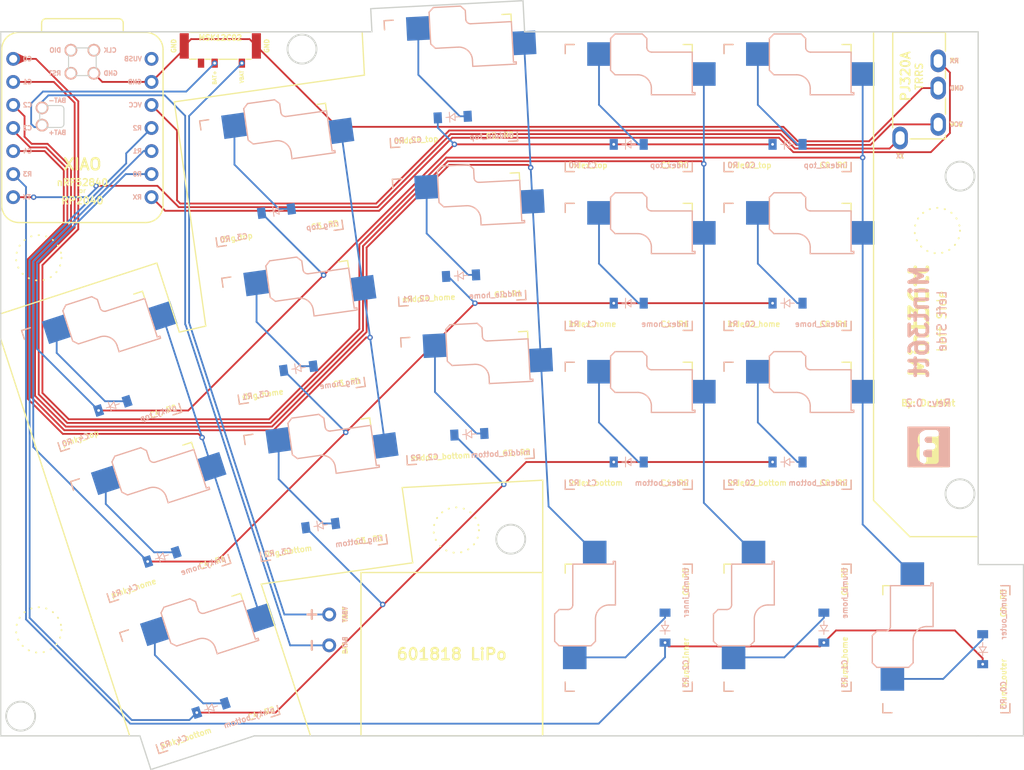
<source format=kicad_pcb>
(kicad_pcb (version 20240108) (generator "pcbnew") (generator_version "8.0")
  (title_block (title "Mint36tt") (date "2024-12-21") (rev "0.2") (company "Dr_Mint"))
  (layers (0 "F.Cu" signal) (31 "B.Cu" signal) (34 "B.Paste" user) (35 "F.Paste" user) (36 "B.SilkS" user "B.Silkscreen") (37 "F.SilkS" user "F.Silkscreen") (38 "B.Mask" user) (39 "F.Mask" user) (44 "Edge.Cuts" user))
  (net 0 "")
  (net 1 "C0_L")
  (net 2 "C1_L")
  (net 3 "C2_L")
  (net 4 "C3_L")
  (net 5 "C4_L")
  (net 6 "R0_L")
  (net 7 "R1_L")
  (net 8 "R2_L")
  (net 9 "R3_L")
  (net 10 "index2_top_L")
  (net 11 "index2_home_L")
  (net 12 "index2_bottom_L")
  (net 13 "index_top_L")
  (net 14 "index_home_L")
  (net 15 "index_bottom_L")
  (net 16 "middle_top_L")
  (net 17 "middle_home_L")
  (net 18 "middle_bottom_L")
  (net 19 "ring_top_L")
  (net 20 "ring_home_L")
  (net 21 "ring_bottom_L")
  (net 22 "pinky_top_L")
  (net 23 "pinky_home_L")
  (net 24 "pinky_bottom_L")
  (net 25 "thumb_inner_L")
  (net 26 "thumb_home_L")
  (net 27 "thumb_outer_L")
  (net 28 "TX_L")
  (net 29 "RX_L")
  (net 30 "VCC_L")
  (net 31 "RST_L")
  (net 32 "BATM_L")
  (net 33 "BATP_L")
  (net 34 "CLK_L")
  (net 35 "DIO_L")
  (net 36 "GND_L")
  (net 37 "VUSB_L")
  (net 38 "VBAT_L")
  (footprint "JSP-2pin" (layer "F.Cu") (at 128.99 120.015 90)
    (property "Reference" "")
    (property "Value" "")
  )
  (footprint "PG1350" (layer "F.Cu") (at 114.729863 124.811692 18)
    (property "Reference" "")
    (property "Value" "")
  )
  (footprint "SOD-123" (layer "F.Cu") (at 179.49 84.015)
    (property "Reference" "")
    (property "Value" "")
  )
  (footprint "PG1350" (layer "F.Cu") (at 125.054072 87.225661 8)
    (property "Reference" "")
    (property "Value" "")
  )
  (footprint "SOD-123" (layer "F.Cu") (at 200.99 122.14 89.999999)
    (property "Reference" "")
    (property "Value" "")
  )
  (footprint "PG1350" (layer "F.Cu") (at 161.99 97.515)
    (property "Reference" "")
    (property "Value" "")
  )
  (footprint "PG1350" (layer "F.Cu") (at 127.489601 104.555352 8)
    (property "Reference" "")
    (property "Value" "")
  )
  (footprint "SOD-123" (layer "F.Cu") (at 161.99 101.515)
    (property "Reference" "")
    (property "Value" "")
  )
  (footprint "SOD-123" (layer "F.Cu") (at 115.965931 128.615918 18)
    (property "Reference" "")
    (property "Value" "")
  )
  (footprint "PG1350" (layer "F.Cu") (at 109.322066 108.168203 18)
    (property "Reference" "")
    (property "Value" "")
  )
  (footprint "PG1350" (layer "F.Cu") (at 179.49 62.515)
    (property "Reference" "")
    (property "Value" "")
  )
  (footprint "SOD-123" (layer "F.Cu") (at 183.49 119.765 89.999999)
    (property "Reference" "")
    (property "Value" "")
  )
  (footprint "SOD-123" (layer "F.Cu") (at 179.49 66.515)
    (property "Reference" "")
    (property "Value" "")
  )
  (footprint "SOD-123" (layer "F.Cu") (at 142.599474 63.507198 3)
    (property "Reference" "")
    (property "Value" "")
  )
  (footprint "XIAO-nRF52840" (layer "F.Cu") (at 101.79 64.715)
    (property "Reference" "")
    (property "Value" "")
    (fp_line (start -4.699 -0.7488) (end -4.699 -1.7902) (stroke (width 0.12)) (layer "Edge.Cuts"))
    (fp_line (start -4.0132 -2.476) (end -2.413 -2.476) (stroke (width 0.12)) (layer "Edge.Cuts"))
    (fp_line (start -2.413 -0.063) (end -4.0132 -0.063) (stroke (width 0.12)) (layer "Edge.Cuts"))
    (fp_line (start -2.032 -2.095) (end -2.032 -0.444) (stroke (width 0.12)) (layer "Edge.Cuts"))
    (fp_line (start -1.524 -6.4638) (end -1.524 -8.1402) (stroke (width 0.12)) (layer "Edge.Cuts"))
    (fp_line (start -0.8382 -8.826) (end 0.8382 -8.826) (stroke (width 0.12)) (layer "Edge.Cuts"))
    (fp_line (start -0.8382 -5.778) (end 0.8382 -5.778) (stroke (width 0.12)) (layer "Edge.Cuts"))
    (fp_line (start 1.524 -6.4638) (end 1.524 -8.1402) (stroke (width 0.12)) (layer "Edge.Cuts"))
    (fp_arc (start -4.699 -0.7488) (mid -4.095391 -0.666609) (end -4.0132 -0.063) (stroke (width 0.12)) (layer "Edge.Cuts"))
    (fp_arc (start -4.0132 -2.476) (mid -4.095391 -1.872391) (end -4.699 -1.7902) (stroke (width 0.12)) (layer "Edge.Cuts"))
    (fp_arc (start -2.413 -2.476) (mid -2.143592 -2.364408) (end -2.032 -2.095) (stroke (width 0.12)) (layer "Edge.Cuts"))
    (fp_arc (start -2.032 -0.444) (mid -2.143592 -0.174592) (end -2.413 -0.063) (stroke (width 0.12)) (layer "Edge.Cuts"))
    (fp_arc (start -1.524 -6.4638) (mid -0.920391 -6.381609) (end -0.8382 -5.778) (stroke (width 0.12)) (layer "Edge.Cuts"))
    (fp_arc (start -0.8382 -8.826) (mid -0.920391 -8.222391) (end -1.524 -8.1402) (stroke (width 0.12)) (layer "Edge.Cuts"))
    (fp_arc (start 0.8382 -5.778) (mid 0.920391 -6.381609) (end 1.524 -6.4638) (stroke (width 0.12)) (layer "Edge.Cuts"))
    (fp_arc (start 1.524 -8.1402) (mid 0.920393 -8.222393) (end 0.8382 -8.826) (stroke (width 0.12)) (layer "Edge.Cuts"))
  )
  (footprint "SOD-123" (layer "F.Cu") (at 143.515354 80.983215 3)
    (property "Reference" "")
    (property "Value" "")
  )
  (footprint "PG1350" (layer "F.Cu") (at 161.99 119.765 89.999999)
    (property "Reference" "")
    (property "Value" "")
  )
  (footprint "SOD-123" (layer "F.Cu") (at 105.150336 95.32894 18)
    (property "Reference" "")
    (property "Value" "")
  )
  (footprint "PG1350" (layer "F.Cu") (at 161.99 80.015)
    (property "Reference" "")
    (property "Value" "")
  )
  (footprint "PG1350" (layer "F.Cu") (at 122.618543 69.89597 8)
    (property "Reference" "")
    (property "Value" "")
  )
  (footprint "MSK12C02" (layer "F.Cu") (at 116.99 54.37 -90)
    (property "Reference" "")
    (property "Value" "")
  )
  (footprint "SOD-123" (layer "F.Cu") (at 161.99 66.515)
    (property "Reference" "")
    (property "Value" "")
  )
  (footprint "MJ-4PP-9_1side" (layer "F.Cu") (at 193.99 54.015)
    (property "Reference" "")
    (property "Value" "")
  )
  (footprint "SOD-123" (layer "F.Cu") (at 110.558134 111.972429 18)
    (property "Reference" "")
    (property "Value" "")
  )
  (footprint "SOD-123" (layer "F.Cu") (at 179.49 101.515)
    (property "Reference" "")
    (property "Value" "")
  )
  (footprint "PG1350" (layer "F.Cu") (at 103.914268 91.524713 18)
    (property "Reference" "")
    (property "Value" "")
  )
  (footprint "PG1350" (layer "F.Cu") (at 179.49 80.015)
    (property "Reference" "")
    (property "Value" "")
  )
  (footprint "SOD-123" (layer "F.Cu") (at 161.99 84.015)
    (property "Reference" "")
    (property "Value" "")
  )
  (footprint "SOD-123" (layer "F.Cu") (at 128.046294 108.516425 8)
    (property "Reference" "")
    (property "Value" "")
  )
  (footprint "PG1350" (layer "F.Cu") (at 142.390131 59.51268 3)
    (property "Reference" "")
    (property "Value" "")
  )
  (footprint "601818" (layer "F.Cu") (at 142.49 122.69)
    (property "Reference" "")
    (property "Value" "")
  )
  (footprint "SOD-123" (layer "F.Cu") (at 123.175235 73.857042 8)
    (property "Reference" "")
    (property "Value" "")
  )
  (footprint "SOD-123" (layer "F.Cu") (at 125.610765 91.186734 8)
    (property "Reference" "")
    (property "Value" "")
  )
  (footprint "PG1350" (layer "F.Cu") (at 179.49 119.765 89.999999)
    (property "Reference" "")
    (property "Value" "")
  )
  (footprint "PG1350" (layer "F.Cu") (at 144.221889 94.464714 3)
    (property "Reference" "")
    (property "Value" "")
  )
  (footprint "SOD-123" (layer "F.Cu") (at 165.99 119.765 89.999999)
    (property "Reference" "")
    (property "Value" "")
  )
  (footprint "SOD-123" (layer "F.Cu") (at 144.431233 98.459232 3)
    (property "Reference" "")
    (property "Value" "")
  )
  (footprint "PG1350" (layer "F.Cu") (at 196.99 122.14 89.999999)
    (property "Reference" "")
    (property "Value" "")
  )
  (footprint "PG1350" (layer "F.Cu") (at 161.99 62.515)
    (property "Reference" "")
    (property "Value" "")
  )
  (footprint "PG1350" (layer "F.Cu") (at 143.30601 76.988697 3)
    (property "Reference" "")
    (property "Value" "")
  )
  (footprint "PG1350" (layer "F.Cu") (at 179.49 97.515)
    (property "Reference" "")
    (property "Value" "")
  )
  (gr_rect (start 192.79 97.705) (end 193.59 101.995) (stroke (width 0.2)) (fill solid) (layer "B.SilkS"))
  (gr_rect (start 196.49 97.705) (end 197.29 101.995) (stroke (width 0.2)) (fill solid) (layer "B.SilkS"))
  (gr_line (start 107.002157 131.69) (end 103.238741 120.107399) (stroke (width 0.15)) (layer "F.SilkS"))
  (gr_line (start 114.352617 79.161536) (end 111.917088 61.831845) (stroke (width 0.15)) (layer "F.SilkS"))
  (gr_line (start 97.830944 103.46391) (end 97.382869 102.084878) (stroke (width 0.15)) (layer "F.SilkS"))
  (gr_circle (center 96.99 79.015) (end 99.49 79.015) (stroke (width 0.2) (type dot)) (fill none) (layer "F.SilkS"))
  (gr_line (start 152.515 124.49) (end 152.515 110.29) (stroke (width 0.15)) (layer "F.SilkS"))
  (gr_line (start 152.515 131.69) (end 152.515 129.24) (stroke (width 0.15)) (layer "F.SilkS"))
  (gr_line (start 138.191057 112.619477) (end 121.493464 114.966171) (stroke (width 0.15)) (layer "F.SilkS"))
  (gr_line (start 102.790667 118.728367) (end 97.830944 103.46391) (stroke (width 0.15)) (layer "F.SilkS"))
  (gr_line (start 109.997593 79.585517) (end 112.473348 87.205106) (stroke (width 0.15)) (layer "F.SilkS"))
  (gr_line (start 129.246779 59.396316) (end 130.682668 59.194515) (stroke (width 0.15)) (layer "F.SilkS"))
  (gr_line (start 152.515 106.99) (end 152.515 105.54) (stroke (width 0.15)) (layer "F.SilkS"))
  (gr_line (start 188.965 105.54) (end 188.965 105.740326) (stroke (width 0.15)) (layer "F.SilkS"))
  (gr_line (start 188.965 105.740326) (end 192.964674 109.74) (stroke (width 0.15)) (layer "F.SilkS"))
  (gr_line (start 114.554418 80.597425) (end 114.352617 79.161536) (stroke (width 0.15)) (layer "F.SilkS"))
  (gr_rect (start 196.34 97.705) (end 197.19 101.995) (stroke (width 0.2)) (fill solid) (layer "F.SilkS"))
  (gr_line (start 188.965 88.04) (end 188.965 89.49) (stroke (width 0.15)) (layer "F.SilkS"))
  (gr_line (start 103.238741 120.107399) (end 102.790667 118.728367) (stroke (width 0.15)) (layer "F.SilkS"))
  (gr_line (start 121.493464 114.966171) (end 126.220985 129.515984) (stroke (width 0.15)) (layer "F.SilkS"))
  (gr_circle (center 142.99 109.015) (end 145.49 109.015) (stroke (width 0.2) (type dot)) (fill none) (layer "F.SilkS"))
  (gr_line (start 152.515 103.518093) (end 137.026023 104.329836) (stroke (width 0.15)) (layer "F.SilkS"))
  (gr_line (start 132.869347 58.887197) (end 132.619247 54.115) (stroke (width 0.15)) (layer "F.SilkS"))
  (gr_line (start 188.965 54.115) (end 188.965 70.54) (stroke (width 0.15)) (layer "F.SilkS"))
  (gr_line (start 152.515 110.29) (end 152.515 109.74) (stroke (width 0.15)) (layer "F.SilkS"))
  (gr_circle (center 96.99 120.015) (end 99.49 120.015) (stroke (width 0.2) (type dot)) (fill none) (layer "F.SilkS"))
  (gr_line (start 188.965 89.49) (end 188.965 105.54) (stroke (width 0.15)) (layer "F.SilkS"))
  (gr_line (start 111.917088 61.831845) (end 129.246779 59.396316) (stroke (width 0.15)) (layer "F.SilkS"))
  (gr_line (start 130.682668 59.194515) (end 132.869347 58.887197) (stroke (width 0.15)) (layer "F.SilkS"))
  (gr_line (start 188.965 70.54) (end 188.965 71.99) (stroke (width 0.15)) (layer "F.SilkS"))
  (gr_line (start 97.382869 102.084878) (end 92.79 87.94948) (stroke (width 0.15)) (layer "F.SilkS"))
  (gr_line (start 112.473348 87.205106) (end 115.388482 86.532095) (stroke (width 0.15)) (layer "F.SilkS"))
  (gr_line (start 137.026023 104.329836) (end 138.191057 112.619477) (stroke (width 0.15)) (layer "F.SilkS"))
  (gr_line (start 152.515 105.54) (end 152.515 103.518093) (stroke (width 0.15)) (layer "F.SilkS"))
  (gr_line (start 192.964674 109.74) (end 200.49 109.74) (stroke (width 0.15)) (layer "F.SilkS"))
  (gr_line (start 126.220985 129.515984) (end 126.66906 130.895016) (stroke (width 0.15)) (layer "F.SilkS"))
  (gr_line (start 115.388482 86.532095) (end 114.554418 80.597425) (stroke (width 0.15)) (layer "F.SilkS"))
  (gr_rect (start 192.89 97.705) (end 193.69 101.995) (stroke (width 0.2)) (fill solid) (layer "F.SilkS"))
  (gr_line (start 188.965 71.99) (end 188.965 88.04) (stroke (width 0.15)) (layer "F.SilkS"))
  (gr_line (start 126.66906 130.895016) (end 126.927366 131.69) (stroke (width 0.15)) (layer "F.SilkS"))
  (gr_circle (center 195.99 76.015) (end 198.49 76.015) (stroke (width 0.2) (type dot)) (fill none) (layer "F.SilkS"))
  (gr_line (start 152.515 129.24) (end 152.515 124.49) (stroke (width 0.15)) (layer "F.SilkS"))
  (gr_line (start 92.79 85.176603) (end 109.997593 79.585517) (stroke (width 0.15)) (layer "F.SilkS"))
  (gr_line (start 152.515 109.74) (end 152.515 106.99) (stroke (width 0.15)) (layer "F.SilkS"))
  (gr_line (start 108.132478 131.69) (end 109.336731 135.396309) (stroke (width 0.15)) (layer "Edge.Cuts"))
  (gr_line (start 133.56202 51.563814) (end 133.695722 54.115) (stroke (width 0.15)) (layer "Edge.Cuts"))
  (gr_line (start 92.79 131.69) (end 108.132478 131.69) (stroke (width 0.15)) (layer "Edge.Cuts"))
  (gr_circle (center 198.49 105.015) (end 200.09 105.015) (stroke (width 0.2)) (fill none) (layer "Edge.Cuts"))
  (gr_circle (center 148.99 110.015) (end 150.59 110.015) (stroke (width 0.2)) (fill none) (layer "Edge.Cuts"))
  (gr_line (start 150.518778 54.115) (end 150.338997 50.68457) (stroke (width 0.15)) (layer "Edge.Cuts"))
  (gr_line (start 200.49 131.69) (end 205.49 131.69) (stroke (width 0.15)) (layer "Edge.Cuts"))
  (gr_circle (center 198.49 70.015) (end 200.09 70.015) (stroke (width 0.2)) (fill none) (layer "Edge.Cuts"))
  (gr_line (start 120.743578 131.69) (end 200.49 131.69) (stroke (width 0.15)) (layer "Edge.Cuts"))
  (gr_circle (center 125.99 56.015) (end 127.59 56.015) (stroke (width 0.2)) (fill none) (layer "Edge.Cuts"))
  (gr_line (start 205.49 112.815) (end 200.49 112.815) (stroke (width 0.15)) (layer "Edge.Cuts"))
  (gr_line (start 92.79 54.115) (end 92.79 112.815) (stroke (width 0.15)) (layer "Edge.Cuts"))
  (gr_line (start 133.695722 54.115) (end 92.79 54.115) (stroke (width 0.15)) (layer "Edge.Cuts"))
  (gr_line (start 109.336731 135.396309) (end 120.743578 131.69) (stroke (width 0.15)) (layer "Edge.Cuts"))
  (gr_line (start 92.79 112.815) (end 92.79 131.69) (stroke (width 0.15)) (layer "Edge.Cuts"))
  (gr_line (start 200.49 54.115) (end 150.518778 54.115) (stroke (width 0.15)) (layer "Edge.Cuts"))
  (gr_line (start 200.49 112.815) (end 200.49 54.115) (stroke (width 0.15)) (layer "Edge.Cuts"))
  (gr_line (start 205.49 131.69) (end 205.49 112.815) (stroke (width 0.15)) (layer "Edge.Cuts"))
  (gr_line (start 150.338997 50.68457) (end 133.56202 51.563814) (stroke (width 0.15)) (layer "Edge.Cuts"))
  (gr_circle (center 94.99 129.515) (end 96.59 129.515) (stroke (width 0.2)) (fill none) (layer "Edge.Cuts"))
  (gr_text "Rev: 0.2" (at 194.99 95.015 0) (layer "B.SilkS") (effects (font (size 0.8 0.8)) (justify mirror)))
  (gr_text "Mint36tt" (at 193.99 86.015 90) (layer "B.SilkS") (effects (font (size 2 2) (thickness 0.4)) (justify mirror)))
  (gr_text "B" (at 194.99 100.015 0) (layer "B.SilkS" knockout) (effects (font (size 3 3) (thickness 1)) (justify mirror)))
  (gr_text "Left Side" (at 196.49 86.015 90) (layer "B.SilkS") (effects (font (size 1 1)) (justify mirror)))
  (gr_text "Mint36tt" (at 193.99 86.015 90) (layer "F.SilkS") (effects (font (size 2 2) (thickness 0.4))))
  (gr_text "Left Side" (at 196.49 86.015 90) (layer "F.SilkS") (effects (font (size 1 1))))
  (gr_text "F" (at 194.99 100.015 0) (layer "F.SilkS" knockout) (effects (font (size 3 3) (thickness 1))))
  (gr_text "By: Dr_Mint" (at 194.99 95.015 0) (layer "F.SilkS") (effects (font (size 0.7 0.7))))
  (segment (start 97.39 79.817744) (end 101.34 75.867744) (width 0.2) (layer "F.Cu") (net 1))
  (segment (start 141.887726 67.975) (end 132.31 77.552726) (width 0.2) (layer "F.Cu") (net 1))
  (segment (start 132.31 77.552726) (end 132.31 86.855) (width 0.2) (layer "F.Cu") (net 1))
  (segment (start 101.34 61.765) (end 96.67 57.095) (width 0.2) (layer "F.Cu") (net 1))
  (segment (start 97.39 93.905) (end 97.39 79.817744) (width 0.2) (layer "F.Cu") (net 1))
  (segment (start 101.34 75.867744) (end 101.34 61.765) (width 0.2) (layer "F.Cu") (net 1))
  (segment (start 187.765 67.975) (end 141.887726 67.975) (width 0.2) (layer "F.Cu") (net 1))
  (segment (start 122.36 96.805) (end 100.29 96.805) (width 0.2) (layer "F.Cu") (net 1))
  (segment (start 100.29 96.805) (end 97.39 93.905) (width 0.2) (layer "F.Cu") (net 1))
  (segment (start 96.67 57.095) (end 94.17 57.095) (width 0.2) (layer "F.Cu") (net 1))
  (segment (start 132.31 86.855) (end 122.36 96.805) (width 0.2) (layer "F.Cu") (net 1))
  (via (at 187.765 67.975) (size 0.6) (drill 0.3) (layers "F.Cu" "B.Cu") (net 1))
  (segment (start 187.765 67.975) (end 187.765 93.765) (width 0.2) (layer "B.Cu") (net 1))
  (segment (start 187.765 58.765) (end 187.765 67.975) (width 0.2) (layer "B.Cu") (net 1))
  (segment (start 187.765 93.765) (end 187.765 108.39) (width 0.2) (layer "B.Cu") (net 1))
  (segment (start 187.765 108.39) (end 193.24 113.865) (width 0.2) (layer "B.Cu") (net 1))
  (segment (start 100.94 61.930686) (end 98.644314 59.635) (width 0.2) (layer "F.Cu") (net 2))
  (segment (start 98.644314 59.635) (end 94.17 59.635) (width 0.2) (layer "F.Cu") (net 2))
  (segment (start 132.71 77.718412) (end 132.71 87.020686) (width 0.2) (layer "F.Cu") (net 2))
  (segment (start 169.975 68.375) (end 142.053412 68.375) (width 0.2) (layer "F.Cu") (net 2))
  (segment (start 96.98 94.060686) (end 96.98 79.662058) (width 0.2) (layer "F.Cu") (net 2))
  (segment (start 100.94 75.702058) (end 100.94 61.930686) (width 0.2) (layer "F.Cu") (net 2))
  (segment (start 100.124314 97.205) (end 96.98 94.060686) (width 0.2) (layer "F.Cu") (net 2))
  (segment (start 142.053412 68.375) (end 132.71 77.718412) (width 0.2) (layer "F.Cu") (net 2))
  (segment (start 170.265 68.665) (end 169.975 68.375) (width 0.2) (layer "F.Cu") (net 2))
  (segment (start 122.525686 97.205) (end 100.124314 97.205) (width 0.2) (layer "F.Cu") (net 2))
  (segment (start 96.98 79.662058) (end 100.94 75.702058) (width 0.2) (layer "F.Cu") (net 2))
  (segment (start 132.71 87.020686) (end 122.525686 97.205) (width 0.2) (layer "F.Cu") (net 2))
  (via (at 170.265 68.665) (size 0.6) (drill 0.3) (layers "F.Cu" "B.Cu") (net 2))
  (segment (start 170.265 68.665) (end 170.265 106.015) (width 0.2) (layer "B.Cu") (net 2))
  (segment (start 170.265 106.015) (end 175.74 111.49) (width 0.2) (layer "B.Cu") (net 2))
  (segment (start 170.265 58.765) (end 170.265 68.665) (width 0.2) (layer "B.Cu") (net 2))
  (segment (start 100.54 75.536372) (end 100.54 69.035001) (width 0.2) (layer "F.Cu") (net 3))
  (segment (start 142.219098 68.775) (end 133.11 77.884098) (width 0.2) (layer "F.Cu") (net 3))
  (segment (start 96.205686 66.455) (end 95.42 65.669314) (width 0.2) (layer "F.Cu") (net 3))
  (segment (start 97.959999 66.455) (end 96.205686 66.455) (width 0.2) (layer "F.Cu") (net 3))
  (segment (start 133.11 87.186372) (end 132.875685 87.420686) (width 0.2) (layer "F.Cu") (net 3))
  (segment (start 122.681372 97.615) (end 99.968628 97.615) (width 0.2) (layer "F.Cu") (net 3))
  (segment (start 95.42 65.669314) (end 95.42 63.425) (width 0.2) (layer "F.Cu") (net 3))
  (segment (start 133.11 77.884098) (end 133.11 87.186372) (width 0.2) (layer "F.Cu") (net 3))
  (segment (start 99.968628 97.615) (end 96.58 94.226372) (width 0.2) (layer "F.Cu") (net 3))
  (segment (start 132.75 87.546372) (end 122.681372 97.615) (width 0.2) (layer "F.Cu") (net 3))
  (segment (start 96.58 79.496372) (end 100.54 75.536372) (width 0.2) (layer "F.Cu") (net 3))
  (segment (start 96.58 94.226372) (end 96.58 79.496372) (width 0.2) (layer "F.Cu") (net 3))
  (segment (start 132.875685 87.420686) (end 132.75 87.546372) (width 0.2) (layer "F.Cu") (net 3))
  (segment (start 100.54 69.035001) (end 97.959999 66.455) (width 0.2) (layer "F.Cu") (net 3))
  (segment (start 150.885186 68.775) (end 142.219098 68.775) (width 0.2) (layer "F.Cu") (net 3))
  (segment (start 95.42 63.425) (end 94.17 62.175) (width 0.2) (layer "F.Cu") (net 3))
  (segment (start 151.185186 69.075) (end 150.885186 68.775) (width 0.2) (layer "F.Cu") (net 3))
  (via (at 151.185186 69.075) (size 0.6) (drill 0.3) (layers "F.Cu" "B.Cu") (net 3))
  (segment (start 150.457531 55.334739) (end 151.185186 69.075) (width 0.2) (layer "B.Cu") (net 3))
  (segment (start 151.185186 69.075) (end 153.1625 106.4125) (width 0.2) (layer "B.Cu") (net 3))
  (segment (start 158.24 111.49) (end 153.1625 106.4125) (width 0.2) (layer "B.Cu") (net 3))
  (segment (start 99.802942 98.015) (end 96.18 94.392058) (width 0.2) (layer "F.Cu") (net 4))
  (segment (start 94.17 64.985) (end 94.17 64.715) (width 0.2) (layer "F.Cu") (net 4))
  (segment (start 133.49041 87.795) (end 133.067058 87.795) (width 0.2) (layer "F.Cu") (net 4))
  (segment (start 96.18 94.392058) (end 96.18 79.330686) (width 0.2) (layer "F.Cu") (net 4))
  (segment (start 97.794314 66.855) (end 96.04 66.855) (width 0.2) (layer "F.Cu") (net 4))
  (segment (start 96.18 79.330686) (end 100.14 75.370686) (width 0.2) (layer "F.Cu") (net 4))
  (segment (start 133.067058 87.795) (end 122.847058 98.015) (width 0.2) (layer "F.Cu") (net 4))
  (segment (start 100.14 75.370686) (end 100.14 69.200687) (width 0.2) (layer "F.Cu") (net 4))
  (segment (start 96.04 66.855) (end 94.17 64.985) (width 0.2) (layer "F.Cu") (net 4))
  (segment (start 99.535685 68.596372) (end 97.794314 66.855) (width 0.2) (layer "F.Cu") (net 4))
  (segment (start 122.847058 98.015) (end 99.802942 98.015) (width 0.2) (layer "F.Cu") (net 4))
  (segment (start 100.14 69.200687) (end 99.535685 68.596372) (width 0.2) (layer "F.Cu") (net 4))
  (via (at 133.49041 87.795) (size 0.6) (drill 0.3) (layers "F.Cu" "B.Cu") (net 4))
  (segment (start 130.291112 65.030807) (end 133.49041 87.795) (width 0.2) (layer "B.Cu") (net 4))
  (segment (start 133.49041 87.795) (end 135.16217 99.690189) (width 0.2) (layer "B.Cu") (net 4))
  (segment (start 114.583876 98.415) (end 99.637256 98.415) (width 0.2) (layer "F.Cu") (net 5))
  (segment (start 95.78 94.557744) (end 95.78 79.165) (width 0.2) (layer "F.Cu") (net 5))
  (segment (start 99.74 75.205) (end 99.74 69.366372) (width 0.2) (layer "F.Cu") (net 5))
  (segment (start 114.983876 98.815) (end 114.583876 98.415) (width 0.2) (layer "F.Cu") (net 5))
  (segment (start 99.74 69.366372) (end 97.628628 67.255) (width 0.2) (layer "F.Cu") (net 5))
  (segment (start 97.628628 67.255) (end 94.17 67.255) (width 0.2) (layer "F.Cu") (net 5))
  (segment (start 95.78 79.165) (end 99.74 75.205) (width 0.2) (layer "F.Cu") (net 5))
  (segment (start 99.637256 98.415) (end 95.78 94.557744) (width 0.2) (layer "F.Cu") (net 5))
  (via (at 114.983876 98.815) (size 0.6) (drill 0.3) (layers "F.Cu" "B.Cu") (net 5))
  (segment (start 114.983876 98.815) (end 121.441042 118.688114) (width 0.2) (layer "B.Cu") (net 5))
  (segment (start 110.625447 85.401135) (end 114.983876 98.815) (width 0.2) (layer "B.Cu") (net 5))
  (segment (start 113.458222 95.838818) (end 103.581093 95.838818) (width 0.2) (layer "F.Cu") (net 6))
  (segment (start 177.84 66.515) (end 142.78204 66.515) (width 0.2) (layer "F.Cu") (net 6))
  (segment (start 128.37102 80.92602) (end 113.458222 95.838818) (width 0.2) (layer "F.Cu") (net 6))
  (segment (start 142.78204 66.515) (end 128.37102 80.92602) (width 0.2) (layer "F.Cu") (net 6))
  (segment (start 128.37102 80.916405) (end 128.37102 80.92602) (width 0.2) (layer "F.Cu") (net 6))
  (via (at 103.581093 95.838818) (size 0.6) (drill 0.3) (layers "F.Cu" "B.Cu") (net 6))
  (via (at 160.34 66.515) (size 0.6) (drill 0.3) (layers "F.Cu" "B.Cu") (net 6))
  (via (at 128.37102 80.92602) (size 0.6) (drill 0.3) (layers "F.Cu" "B.Cu") (net 6))
  (via (at 177.84 66.515) (size 0.6) (drill 0.3) (layers "F.Cu" "B.Cu") (net 6))
  (via (at 142.78204 66.515) (size 0.6) (drill 0.3) (layers "F.Cu" "B.Cu") (net 6))
  (segment (start 140.951735 64.684695) (end 142.78204 66.515) (width 0.2) (layer "B.Cu") (net 6))
  (segment (start 103.581093 95.838818) (end 96.78 89.037725) (width 0.2) (layer "B.Cu") (net 6))
  (segment (start 121.541293 74.096293) (end 128.37102 80.92602) (width 0.2) (layer "B.Cu") (net 6))
  (segment (start 96.78 89.037725) (end 96.78 79.586372) (width 0.2) (layer "B.Cu") (net 6))
  (segment (start 96.78 79.586372) (end 106.571372 69.795) (width 0.2) (layer "B.Cu") (net 6))
  (segment (start 140.951735 63.593552) (end 140.951735 64.684695) (width 0.2) (layer "B.Cu") (net 6))
  (segment (start 121.541293 74.086678) (end 121.541293 74.096293) (width 0.2) (layer "B.Cu") (net 6))
  (segment (start 106.571372 69.795) (end 109.41 69.795) (width 0.2) (layer "B.Cu") (net 6))
  (segment (start 116.579953 112.482307) (end 108.988891 112.482307) (width 0.2) (layer "F.Cu") (net 7))
  (segment (start 130.81363 98.24863) (end 116.579953 112.482307) (width 0.2) (layer "F.Cu") (net 7))
  (segment (start 177.84 84.015) (end 145.04726 84.015) (width 0.2) (layer "F.Cu") (net 7))
  (segment (start 145.04726 84.015) (end 130.81363 98.24863) (width 0.2) (layer "F.Cu") (net 7))
  (via (at 160.34 84.015) (size 0.6) (drill 0.3) (layers "F.Cu" "B.Cu") (net 7))
  (via (at 130.81363 98.24863) (size 0.6) (drill 0.3) (layers "F.Cu" "B.Cu") (net 7))
  (via (at 177.84 84.015) (size 0.6) (drill 0.3) (layers "F.Cu" "B.Cu") (net 7))
  (via (at 108.988891 112.482307) (size 0.6) (drill 0.3) (layers "F.Cu" "B.Cu") (net 7))
  (via (at 145.04726 84.015) (size 0.6) (drill 0.3) (layers "F.Cu" "B.Cu") (net 7))
  (segment (start 141.867615 81.069569) (end 142.101829 81.069569) (width 0.2) (layer "B.Cu") (net 7))
  (segment (start 142.101829 81.069569) (end 145.04726 84.015) (width 0.2) (layer "B.Cu") (net 7))
  (segment (start 96.38 99.873416) (end 96.38 79.420686) (width 0.2) (layer "B.Cu") (net 7))
  (segment (start 96.38 79.420686) (end 108.545686 67.255) (width 0.2) (layer "B.Cu") (net 7))
  (segment (start 130.809083 98.24863) (end 130.81363 98.24863) (width 0.2) (layer "B.Cu") (net 7))
  (segment (start 108.545686 67.255) (end 109.41 67.255) (width 0.2) (layer "B.Cu") (net 7))
  (segment (start 108.988891 112.482307) (end 96.38 99.873416) (width 0.2) (layer "B.Cu") (net 7))
  (segment (start 123.976823 91.41637) (end 130.809083 98.24863) (width 0.2) (layer "B.Cu") (net 7))
  (segment (start 177.84 101.515) (end 150.691895 101.515) (width 0.2) (layer "F.Cu") (net 8))
  (segment (start 134.995948 117.210948) (end 123.081099 129.125796) (width 0.2) (layer "F.Cu") (net 8))
  (segment (start 123.081099 129.125796) (end 114.396688 129.125796) (width 0.2) (layer "F.Cu") (net 8))
  (segment (start 134.877239 117.210948) (end 134.995948 117.210948) (width 0.2) (layer "F.Cu") (net 8))
  (segment (start 150.691895 101.515) (end 148.225948 103.980948) (width 0.2) (layer "F.Cu") (net 8))
  (segment (start 148.225948 103.980948) (end 134.995948 117.210948) (width 0.2) (layer "F.Cu") (net 8))
  (via (at 160.34 101.515) (size 0.6) (drill 0.3) (layers "F.Cu" "B.Cu") (net 8))
  (via (at 134.877239 117.210948) (size 0.6) (drill 0.3) (layers "F.Cu" "B.Cu") (net 8))
  (via (at 114.396688 129.125796) (size 0.6) (drill 0.3) (layers "F.Cu" "B.Cu") (net 8))
  (via (at 177.84 101.515) (size 0.6) (drill 0.3) (layers "F.Cu" "B.Cu") (net 8))
  (via (at 148.225948 103.980948) (size 0.6) (drill 0.3) (layers "F.Cu" "B.Cu") (net 8))
  (segment (start 95.98 118.689314) (end 95.98 79.255) (width 0.2) (layer "B.Cu") (net 8))
  (segment (start 106.62 67.505) (end 109.41 64.715) (width 0.2) (layer "B.Cu") (net 8))
  (segment (start 106.62 68.615) (end 106.62 67.505) (width 0.2) (layer "B.Cu") (net 8))
  (segment (start 113.577484 129.945) (end 107.235686 129.945) (width 0.2) (layer "B.Cu") (net 8))
  (segment (start 142.790586 98.545586) (end 148.225948 103.980948) (width 0.2) (layer "B.Cu") (net 8))
  (segment (start 107.235686 129.945) (end 95.98 118.689314) (width 0.2) (layer "B.Cu") (net 8))
  (segment (start 95.98 79.255) (end 106.62 68.615) (width 0.2) (layer "B.Cu") (net 8))
  (segment (start 114.396688 129.125796) (end 113.577484 129.945) (width 0.2) (layer "B.Cu") (net 8))
  (segment (start 126.412352 108.746061) (end 134.877239 117.210948) (width 0.2) (layer "B.Cu") (net 8))
  (segment (start 142.783494 98.545586) (end 142.790586 98.545586) (width 0.2) (layer "B.Cu") (net 8))
  (segment (start 200.99 123.14) (end 197.9255 120.0755) (width 0.2) (layer "F.Cu") (net 9))
  (segment (start 200.99 123.79) (end 200.99 123.14) (width 0.2) (layer "F.Cu") (net 9))
  (segment (start 184.8295 120.0755) (end 183.49 121.415) (width 0.2) (layer "F.Cu") (net 9))
  (segment (start 166.4045 121.8295) (end 183.0755 121.8295) (width 0.2) (layer "F.Cu") (net 9))
  (segment (start 197.9255 120.0755) (end 184.8295 120.0755) (width 0.2) (layer "F.Cu") (net 9))
  (segment (start 183.0755 121.8295) (end 183.49 121.415) (width 0.2) (layer "F.Cu") (net 9))
  (segment (start 165.99 121.415) (end 166.4045 121.8295) (width 0.2) (layer "F.Cu") (net 9))
  (via (at 183.49 121.415) (size 0.6) (drill 0.3) (layers "F.Cu" "B.Cu") (net 9))
  (via (at 165.99 121.415) (size 0.6) (drill 0.3) (layers "F.Cu" "B.Cu") (net 9))
  (via (at 200.99 123.79) (size 0.6) (drill 0.3) (layers "F.Cu" "B.Cu") (net 9))
  (segment (start 165.99 121.415) (end 165.99 123.025) (width 0.2) (layer "B.Cu") (net 9))
  (segment (start 95.58 118.855) (end 95.58 71.205) (width 0.2) (layer "B.Cu") (net 9))
  (segment (start 165.99 123.025) (end 158.67 130.345) (width 0.2) (layer "B.Cu") (net 9))
  (segment (start 95.58 71.205) (end 94.17 69.795) (width 0.2) (layer "B.Cu") (net 9))
  (segment (start 158.67 130.345) (end 107.07 130.345) (width 0.2) (layer "B.Cu") (net 9))
  (segment (start 107.07 130.345) (end 95.58 118.855) (width 0.2) (layer "B.Cu") (net 9))
  (segment (start 180.570356 66.515) (end 181.14 66.515) (width 0.2) (layer "B.Cu") (net 10))
  (segment (start 176.215 56.565) (end 176.215 62.159644) (width 0.2) (layer "B.Cu") (net 10))
  (segment (start 176.215 62.159644) (end 180.570356 66.515) (width 0.2) (layer "B.Cu") (net 10))
  (segment (start 180.570356 84.015) (end 181.14 84.015) (width 0.2) (layer "B.Cu") (net 11))
  (segment (start 176.215 74.065) (end 176.215 79.659644) (width 0.2) (layer "B.Cu") (net 11))
  (segment (start 176.215 79.659644) (end 180.570356 84.015) (width 0.2) (layer "B.Cu") (net 11))
  (segment (start 176.215 91.565) (end 176.215 97.159644) (width 0.2) (layer "B.Cu") (net 12))
  (segment (start 176.215 97.159644) (end 180.570356 101.515) (width 0.2) (layer "B.Cu") (net 12))
  (segment (start 180.570356 101.515) (end 181.14 101.515) (width 0.2) (layer "B.Cu") (net 12))
  (segment (start 158.715 56.565) (end 158.715 62.159644) (width 0.2) (layer "B.Cu") (net 13))
  (segment (start 158.715 62.159644) (end 163.070356 66.515) (width 0.2) (layer "B.Cu") (net 13))
  (segment (start 163.070356 66.515) (end 163.64 66.515) (width 0.2) (layer "B.Cu") (net 13))
  (segment (start 163.070356 84.015) (end 163.64 84.015) (width 0.2) (layer "B.Cu") (net 14))
  (segment (start 158.715 74.065) (end 158.715 79.659644) (width 0.2) (layer "B.Cu") (net 14))
  (segment (start 158.715 79.659644) (end 163.070356 84.015) (width 0.2) (layer "B.Cu") (net 14))
  (segment (start 158.715 91.565) (end 158.715 97.159644) (width 0.2) (layer "B.Cu") (net 15))
  (segment (start 158.715 97.159644) (end 163.070356 101.515) (width 0.2) (layer "B.Cu") (net 15))
  (segment (start 163.070356 101.515) (end 163.64 101.515) (width 0.2) (layer "B.Cu") (net 15))
  (segment (start 138.80822 53.742235) (end 138.80822 58.850413) (width 0.2) (layer "B.Cu") (net 16))
  (segment (start 138.80822 58.850413) (end 143.378651 63.420844) (width 0.2) (layer "B.Cu") (net 16))
  (segment (start 143.378651 63.420844) (end 144.247213 63.420844) (width 0.2) (layer "B.Cu") (net 16))
  (segment (start 144.29453 80.896861) (end 145.163093 80.896861) (width 0.2) (layer "B.Cu") (net 17))
  (segment (start 139.724099 71.218252) (end 139.724099 76.32643) (width 0.2) (layer "B.Cu") (net 17))
  (segment (start 139.724099 76.32643) (end 144.29453 80.896861) (width 0.2) (layer "B.Cu") (net 17))
  (segment (start 140.639978 93.802447) (end 145.210409 98.372878) (width 0.2) (layer "B.Cu") (net 18))
  (segment (start 140.639978 88.694269) (end 140.639978 93.802447) (width 0.2) (layer "B.Cu") (net 18))
  (segment (start 145.210409 98.372878) (end 146.078972 98.372878) (width 0.2) (layer "B.Cu") (net 18))
  (segment (start 123.430335 73.627406) (end 124.809177 73.627406) (width 0.2) (layer "B.Cu") (net 19))
  (segment (start 118.547335 68.744406) (end 123.430335 73.627406) (width 0.2) (layer "B.Cu") (net 19))
  (segment (start 118.547335 64.459667) (end 118.547335 68.744406) (width 0.2) (layer "B.Cu") (net 19))
  (segment (start 120.982864 81.789358) (end 120.982864 86.074097) (width 0.2) (layer "B.Cu") (net 20))
  (segment (start 125.865865 90.957098) (end 127.244707 90.957098) (width 0.2) (layer "B.Cu") (net 20))
  (segment (start 120.982864 86.074097) (end 125.865865 90.957098) (width 0.2) (layer "B.Cu") (net 20))
  (segment (start 128.301394 108.286789) (end 129.680236 108.286789) (width 0.2) (layer "B.Cu") (net 21))
  (segment (start 123.418393 103.403788) (end 128.301394 108.286789) (width 0.2) (layer "B.Cu") (net 21))
  (segment (start 123.418393 99.119049) (end 123.418393 103.403788) (width 0.2) (layer "B.Cu") (net 21))
  (segment (start 98.960907 89.490996) (end 104.288973 94.819062) (width 0.2) (layer "B.Cu") (net 22))
  (segment (start 98.960907 86.877957) (end 98.960907 89.490996) (width 0.2) (layer "B.Cu") (net 22))
  (segment (start 104.288973 94.819062) (end 106.719579 94.819062) (width 0.2) (layer "B.Cu") (net 22))
  (segment (start 104.368705 106.134486) (end 109.69677 111.462551) (width 0.2) (layer "B.Cu") (net 23))
  (segment (start 109.69677 111.462551) (end 112.127377 111.462551) (width 0.2) (layer "B.Cu") (net 23))
  (segment (start 104.368705 103.521447) (end 104.368705 106.134486) (width 0.2) (layer "B.Cu") (net 23))
  (segment (start 109.776502 120.164936) (end 109.776502 122.777975) (width 0.2) (layer "B.Cu") (net 24))
  (segment (start 115.104567 128.10604) (end 117.535174 128.10604) (width 0.2) (layer "B.Cu") (net 24))
  (segment (start 109.776502 122.777975) (end 115.104567 128.10604) (width 0.2) (layer "B.Cu") (net 24))
  (segment (start 161.634644 123.04) (end 165.99 118.684644) (width 0.2) (layer "B.Cu") (net 25))
  (segment (start 165.99 118.684644) (end 165.99 118.115) (width 0.2) (layer "B.Cu") (net 25))
  (segment (start 156.04 123.04) (end 161.634644 123.04) (width 0.2) (layer "B.Cu") (net 25))
  (segment (start 179.134644 123.04) (end 183.49 118.684644) (width 0.2) (layer "B.Cu") (net 26))
  (segment (start 183.49 118.684644) (end 183.49 118.115) (width 0.2) (layer "B.Cu") (net 26))
  (segment (start 173.54 123.04) (end 179.134644 123.04) (width 0.2) (layer "B.Cu") (net 26))
  (segment (start 191.04 125.415) (end 196.634644 125.415) (width 0.2) (layer "B.Cu") (net 27))
  (segment (start 196.634644 125.415) (end 200.99 121.059644) (width 0.2) (layer "B.Cu") (net 27))
  (segment (start 200.99 121.059644) (end 200.99 120.49) (width 0.2) (layer "B.Cu") (net 27))
  (segment (start 180.29 66.975) (end 190.73 66.975) (width 0.2) (layer "F.Cu") (net 28))
  (segment (start 134.324314 73.435) (end 142.374314 65.385) (width 0.2) (layer "F.Cu") (net 28))
  (segment (start 142.374314 65.385) (end 178.7 65.385) (width 0.2) (layer "F.Cu") (net 28))
  (segment (start 103.295735 71.090735) (end 103.30147 71.085) (width 0.2) (layer "F.Cu") (net 28))
  (segment (start 110.06 71.085) (end 112.41 73.435) (width 0.2) (layer "F.Cu") (net 28))
  (segment (start 178.7 65.385) (end 180.29 66.975) (width 0.2) (layer "F.Cu") (net 28))
  (segment (start 94.17 72.335) (end 96.422811 72.335) (width 0.2) (layer "F.Cu") (net 28))
  (segment (start 103.30147 71.085) (end 110.06 71.085) (width 0.2) (layer "F.Cu") (net 28))
  (segment (start 112.41 73.435) (end 134.324314 73.435) (width 0.2) (layer "F.Cu") (net 28))
  (segment (start 190.73 66.975) (end 191.89 65.815) (width 0.2) (layer "F.Cu") (net 28))
  (via (at 103.295735 71.090735) (size 0.6) (drill 0.3) (layers "F.Cu" "B.Cu") (net 28))
  (via (at 96.422811 72.335) (size 0.6) (drill 0.3) (layers "F.Cu" "B.Cu") (net 28))
  (segment (start 103.295735 71.373579) (end 102.334314 72.335) (width 0.2) (layer "B.Cu") (net 28))
  (segment (start 102.334314 72.335) (end 96.422811 72.335) (width 0.2) (layer "B.Cu") (net 28))
  (segment (start 103.295735 71.090735) (end 103.295735 71.373579) (width 0.2) (layer "B.Cu") (net 28))
  (segment (start 197.38 58.605) (end 197.38 65.275) (width 0.2) (layer "F.Cu") (net 29))
  (segment (start 134.49 73.835) (end 110.91 73.835) (width 0.2) (layer "F.Cu") (net 29))
  (segment (start 178.534314 65.785) (end 142.54 65.785) (width 0.2) (layer "F.Cu") (net 29))
  (segment (start 110.91 73.835) (end 109.41 72.335) (width 0.2) (layer "F.Cu") (net 29))
  (segment (start 142.54 65.785) (end 134.49 73.835) (width 0.2) (layer "F.Cu") (net 29))
  (segment (start 197.38 65.275) (end 195.28 67.375) (width 0.2) (layer "F.Cu") (net 29))
  (segment (start 195.28 67.375) (end 180.124314 67.375) (width 0.2) (layer "F.Cu") (net 29))
  (segment (start 180.124314 67.375) (end 178.534314 65.785) (width 0.2) (layer "F.Cu") (net 29))
  (segment (start 196.09 57.315) (end 197.38 58.605) (width 0.2) (layer "F.Cu") (net 29))
  (segment (start 112.22 72.679314) (end 112.22 64.985) (width 0.2) (layer "F.Cu") (net 30))
  (segment (start 112.22 64.985) (end 109.41 62.175) (width 0.2) (layer "F.Cu") (net 30))
  (segment (start 142.208628 64.985) (end 134.158628 73.035) (width 0.2) (layer "F.Cu") (net 30))
  (segment (start 196.09 64.315) (end 190.89 64.315) (width 0.2) (layer "F.Cu") (net 30))
  (segment (start 188.63 66.575) (end 180.455686 66.575) (width 0.2) (layer "F.Cu") (net 30))
  (segment (start 112.575686 73.035) (end 112.22 72.679314) (width 0.2) (layer "F.Cu") (net 30))
  (segment (start 134.158628 73.035) (end 112.575686 73.035) (width 0.2) (layer "F.Cu") (net 30))
  (segment (start 180.455686 66.575) (end 178.865686 64.985) (width 0.2) (layer "F.Cu") (net 30))
  (segment (start 178.865686 64.985) (end 142.208628 64.985) (width 0.2) (layer "F.Cu") (net 30))
  (segment (start 190.89 64.315) (end 188.63 66.575) (width 0.2) (layer "F.Cu") (net 30))
  (segment (start 110.868 61.113) (end 98.054272 61.113) (width 0.2) (layer "B.Cu") (net 32))
  (segment (start 128.99 121.715) (end 124.684026 121.715) (width 0.2) (layer "B.Cu") (net 32))
  (segment (start 124.684026 121.715) (end 113.164155 86.395) (width 0.2) (layer "B.Cu") (net 32))
  (segment (start 113.118663 63.363663) (end 110.868 61.113) (width 0.2) (layer "B.Cu") (net 32))
  (segment (start 113.118663 86.349508) (end 113.118663 63.363663) (width 0.2) (layer "B.Cu") (net 32))
  (segment (start 113.164155 86.395) (end 113.118663 86.349508) (width 0.2) (layer "B.Cu") (net 32))
  (segment (start 98.054272 61.113) (end 97.1768 61.990472) (width 0.2) (layer "B.Cu") (net 32))
  (via (at 116.365 57.57) (size 0.6) (drill 0.3) (layers "F.Cu" "B.Cu") (net 33))
  (segment (start 113.238 60.697) (end 97.448 60.697) (width 0.2) (layer "B.Cu") (net 33))
  (segment (start 97.448 60.697) (end 96.15 61.995) (width 0.2) (layer "B.Cu") (net 33))
  (segment (start 96.503466 64.618466) (end 97.149083 64.618466) (width 0.2) (layer "B.Cu") (net 33))
  (segment (start 116.365 57.57) (end 113.238 60.697) (width 0.2) (layer "B.Cu") (net 33))
  (segment (start 96.15 61.995) (end 96.15 64.265) (width 0.2) (layer "B.Cu") (net 33))
  (segment (start 96.15 64.265) (end 96.503466 64.618466) (width 0.2) (layer "B.Cu") (net 33))
  (segment (start 113.765 54.92) (end 120.215 54.92) (width 0.2) (layer "F.Cu") (net 36))
  (segment (start 113.015 55.67) (end 113.765 54.92) (width 0.2) (layer "F.Cu") (net 36))
  (segment (start 103.987451 59.635) (end 103.255917 58.903466) (width 0.2) (layer "F.Cu") (net 36))
  (segment (start 179.031372 64.585) (end 180.621372 66.175) (width 0.2) (layer "F.Cu") (net 36))
  (segment (start 109.41 59.635) (end 103.987451 59.635) (width 0.2) (layer "F.Cu") (net 36))
  (segment (start 129.88 64.585) (end 179.031372 64.585) (width 0.2) (layer "F.Cu") (net 36))
  (segment (start 120.215 54.92) (end 120.965 55.67) (width 0.2) (layer "F.Cu") (net 36))
  (segment (start 113.015 56.03) (end 113.015 55.67) (width 0.2) (layer "F.Cu") (net 36))
  (segment (start 188.464314 66.175) (end 194.324314 60.315) (width 0.2) (layer "F.Cu") (net 36))
  (segment (start 194.324314 60.315) (end 196.09 60.315) (width 0.2) (layer "F.Cu") (net 36))
  (segment (start 180.621372 66.175) (end 188.464314 66.175) (width 0.2) (layer "F.Cu") (net 36))
  (segment (start 109.41 59.635) (end 113.015 56.03) (width 0.2) (layer "F.Cu") (net 36))
  (segment (start 120.965 55.67) (end 129.88 64.585) (width 0.2) (layer "F.Cu") (net 36))
  (via (at 119.365 57.57) (size 0.6) (drill 0.3) (layers "F.Cu" "B.Cu") (net 38))
  (segment (start 128.99 118.315) (end 124.046467 118.315) (width 0.2) (layer "B.Cu") (net 38))
  (segment (start 124.046467 118.315) (end 113.550329 86.155) (width 0.2) (layer "B.Cu") (net 38))
  (segment (start 113.550329 63.384671) (end 113.550329 86.155) (width 0.2) (layer "B.Cu") (net 38))
  (segment (start 119.365 57.57) (end 113.550329 63.384671) (width 0.2) (layer "B.Cu") (net 38))
)
</source>
